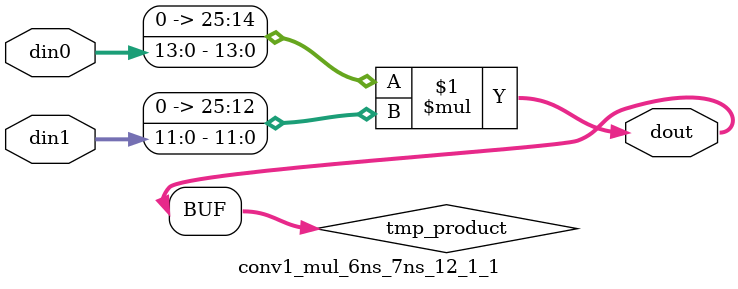
<source format=v>

`timescale 1 ns / 1 ps

 module conv1_mul_6ns_7ns_12_1_1(din0, din1, dout);
parameter ID = 1;
parameter NUM_STAGE = 0;
parameter din0_WIDTH = 14;
parameter din1_WIDTH = 12;
parameter dout_WIDTH = 26;

input [din0_WIDTH - 1 : 0] din0; 
input [din1_WIDTH - 1 : 0] din1; 
output [dout_WIDTH - 1 : 0] dout;

wire signed [dout_WIDTH - 1 : 0] tmp_product;
























assign tmp_product = $signed({1'b0, din0}) * $signed({1'b0, din1});











assign dout = tmp_product;





















endmodule

</source>
